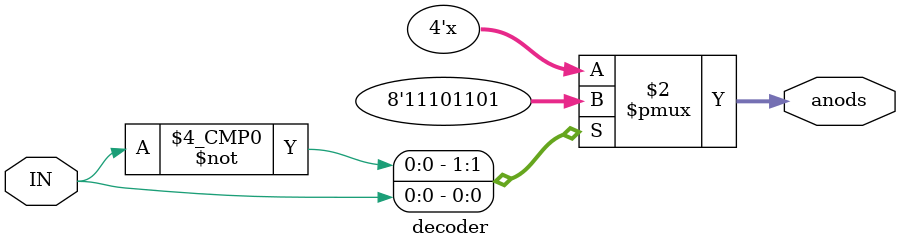
<source format=v>
`timescale 1ns / 1ps
module decoder(
    input IN,
    output reg [3:0] anods
);

always @ (IN) begin
    case (IN)
    1'b0: anods <= 4'b1110;
    1'b1: anods <= 4'b1101;
    //2'b10: anods <= 4'b1011;
    //2'b11: anods <= 4'b0111;
    endcase
end
endmodule

</source>
